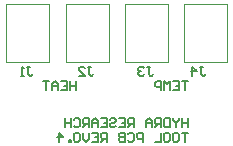
<source format=gbo>
G04*
G04 #@! TF.GenerationSoftware,Altium Limited,Altium Designer,18.0.7 (293)*
G04*
G04 Layer_Color=32896*
%FSLAX25Y25*%
%MOIN*%
G70*
G01*
G75*
%ADD11C,0.00500*%
%ADD23C,0.00400*%
D11*
X190248Y249641D02*
X188249D01*
X189248D01*
Y246642D01*
X185250Y249641D02*
X187249D01*
Y246642D01*
X185250D01*
X187249Y248141D02*
X186249D01*
X184250Y246642D02*
Y249641D01*
X183250Y248641D01*
X182251Y249641D01*
Y246642D01*
X181251D02*
Y249641D01*
X179751D01*
X179252Y249141D01*
Y248141D01*
X179751Y247641D01*
X181251D01*
X190091Y237195D02*
Y234196D01*
Y235696D01*
X188091D01*
Y237195D01*
Y234196D01*
X187092Y237195D02*
Y236696D01*
X186092Y235696D01*
X185092Y236696D01*
Y237195D01*
X186092Y235696D02*
Y234196D01*
X184092Y237195D02*
Y234196D01*
X182593D01*
X182093Y234696D01*
Y236696D01*
X182593Y237195D01*
X184092D01*
X181094Y234196D02*
Y237195D01*
X179594D01*
X179094Y236696D01*
Y235696D01*
X179594Y235196D01*
X181094D01*
X180094D02*
X179094Y234196D01*
X178094D02*
Y236196D01*
X177095Y237195D01*
X176095Y236196D01*
Y234196D01*
Y235696D01*
X178094D01*
X172096Y234196D02*
Y237195D01*
X170597D01*
X170097Y236696D01*
Y235696D01*
X170597Y235196D01*
X172096D01*
X171097D02*
X170097Y234196D01*
X167098Y237195D02*
X169097D01*
Y234196D01*
X167098D01*
X169097Y235696D02*
X168098D01*
X164099Y236696D02*
X164599Y237195D01*
X165598D01*
X166098Y236696D01*
Y236196D01*
X165598Y235696D01*
X164599D01*
X164099Y235196D01*
Y234696D01*
X164599Y234196D01*
X165598D01*
X166098Y234696D01*
X161100Y237195D02*
X163099D01*
Y234196D01*
X161100D01*
X163099Y235696D02*
X162100D01*
X160100Y234196D02*
Y236196D01*
X159101Y237195D01*
X158101Y236196D01*
Y234196D01*
Y235696D01*
X160100D01*
X157101Y234196D02*
Y237195D01*
X155602D01*
X155102Y236696D01*
Y235696D01*
X155602Y235196D01*
X157101D01*
X156102D02*
X155102Y234196D01*
X152103Y236696D02*
X152603Y237195D01*
X153602D01*
X154102Y236696D01*
Y234696D01*
X153602Y234196D01*
X152603D01*
X152103Y234696D01*
X151103Y237195D02*
Y234196D01*
Y235696D01*
X149104D01*
Y237195D01*
Y234196D01*
X190091Y232397D02*
X188091D01*
X189091D01*
Y229398D01*
X185592Y232397D02*
X186592D01*
X187092Y231897D01*
Y229897D01*
X186592Y229398D01*
X185592D01*
X185092Y229897D01*
Y231897D01*
X185592Y232397D01*
X182593D02*
X183593D01*
X184092Y231897D01*
Y229897D01*
X183593Y229398D01*
X182593D01*
X182093Y229897D01*
Y231897D01*
X182593Y232397D01*
X181094D02*
Y229398D01*
X179094D01*
X175095D02*
Y232397D01*
X173596D01*
X173096Y231897D01*
Y230897D01*
X173596Y230397D01*
X175095D01*
X170097Y231897D02*
X170597Y232397D01*
X171597D01*
X172096Y231897D01*
Y229897D01*
X171597Y229398D01*
X170597D01*
X170097Y229897D01*
X169097Y232397D02*
Y229398D01*
X167598D01*
X167098Y229897D01*
Y230397D01*
X167598Y230897D01*
X169097D01*
X167598D01*
X167098Y231397D01*
Y231897D01*
X167598Y232397D01*
X169097D01*
X163099Y229398D02*
Y232397D01*
X161600D01*
X161100Y231897D01*
Y230897D01*
X161600Y230397D01*
X163099D01*
X162100D02*
X161100Y229398D01*
X158101Y232397D02*
X160100D01*
Y229398D01*
X158101D01*
X160100Y230897D02*
X159101D01*
X157101Y232397D02*
Y230397D01*
X156102Y229398D01*
X155102Y230397D01*
Y232397D01*
X154102Y231897D02*
X153602Y232397D01*
X152603D01*
X152103Y231897D01*
Y229897D01*
X152603Y229398D01*
X153602D01*
X154102Y229897D01*
Y231897D01*
X151103Y229398D02*
Y229897D01*
X150603D01*
Y229398D01*
X151103D01*
X147104D02*
Y232397D01*
X148604Y230897D01*
X146605D01*
X152847Y249641D02*
Y246642D01*
Y248141D01*
X150847D01*
Y249641D01*
Y246642D01*
X147848Y249641D02*
X149847D01*
Y246642D01*
X147848D01*
X149847Y248141D02*
X148848D01*
X146848Y246642D02*
Y248641D01*
X145849Y249641D01*
X144849Y248641D01*
Y246642D01*
Y248141D01*
X146848D01*
X143849Y249641D02*
X141850D01*
X142850D01*
Y246642D01*
X194064Y254456D02*
X195063D01*
X194563D01*
Y251957D01*
X195063Y251457D01*
X195563D01*
X196063Y251957D01*
X191564Y251457D02*
Y254456D01*
X193064Y252956D01*
X191065D01*
X176505Y254456D02*
X177504D01*
X177004D01*
Y251957D01*
X177504Y251457D01*
X178004D01*
X178504Y251957D01*
X175505Y253956D02*
X175005Y254456D01*
X174005D01*
X173506Y253956D01*
Y253456D01*
X174005Y252956D01*
X174505D01*
X174005D01*
X173506Y252456D01*
Y251957D01*
X174005Y251457D01*
X175005D01*
X175505Y251957D01*
X156662Y254456D02*
X157662D01*
X157162D01*
Y251957D01*
X157662Y251457D01*
X158162D01*
X158661Y251957D01*
X153663Y251457D02*
X155662D01*
X153663Y253456D01*
Y253956D01*
X154163Y254456D01*
X155163D01*
X155662Y253956D01*
X136387Y254456D02*
X137386D01*
X136886D01*
Y251957D01*
X137386Y251457D01*
X137886D01*
X138386Y251957D01*
X135387Y251457D02*
X134387D01*
X134887D01*
Y254456D01*
X135387Y253956D01*
D23*
X188701Y275374D02*
X203130D01*
X188701Y256146D02*
Y275374D01*
X203130Y256146D02*
Y275374D01*
X188701Y256146D02*
X203130D01*
X169016Y275374D02*
X183445D01*
X169016Y256146D02*
Y275374D01*
X183445Y256146D02*
Y275374D01*
X169016Y256146D02*
X183445D01*
X149331D02*
X163760D01*
Y275374D01*
X149331Y256146D02*
Y275374D01*
X163760D01*
X129547Y256122D02*
X143976D01*
Y275350D01*
X129547Y256122D02*
Y275350D01*
X143976D01*
M02*

</source>
